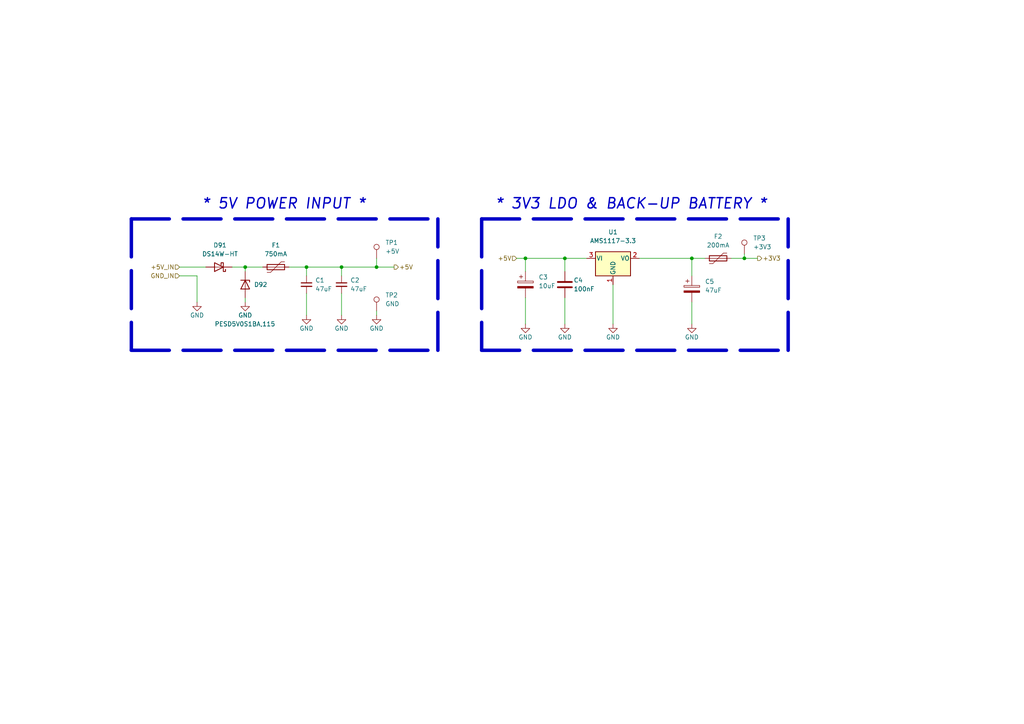
<source format=kicad_sch>
(kicad_sch (version 20211123) (generator eeschema)
  (paper "A4")
  (lib_symbols
    (symbol "Connector:TestPoint" (pin_numbers hide) (pin_names (offset 0.762) hide)
      (property "Reference" "TP" (at 0 6.858 0))
      (property "Value" "TestPoint" (at 0 5.08 0))
      (symbol "TestPoint_0_1"
        (circle (center 0 3.302) (radius 0.762))
      )
      (symbol "TestPoint_1_1"
        (pin passive line (at 0 0 90) (length 2.54) (name "1") (number "1"))
      )
    )
    (symbol "Device:C" (pin_numbers hide) (pin_names (offset 0.254))
      (property "Reference" "C" (at 0.635 2.54 0))
      (property "Value" "C" (at 0.635 -2.54 0))
      (symbol "C_0_1"
        (polyline (pts (xy -2.032 -0.762) (xy 2.032 -0.762)) (stroke (width 0.508)))
        (polyline (pts (xy -2.032 0.762) (xy 2.032 0.762)) (stroke (width 0.508)))
      )
      (symbol "C_1_1"
        (pin passive line (at 0 3.81 270) (length 2.794) (name "~") (number "1"))
        (pin passive line (at 0 -3.81 90) (length 2.794) (name "~") (number "2"))
      )
    )
    (symbol "Device:C_Polarized" (pin_numbers hide) (pin_names (offset 0.254))
      (property "Reference" "C" (at 0.635 2.54 0))
      (property "Value" "C_Polarized" (at 0.635 -2.54 0))
      (symbol "C_Polarized_0_1"
        (rectangle (start -2.286 0.508) (end 2.286 1.016))
        (polyline (pts (xy -1.778 2.286) (xy -0.762 2.286)))
        (polyline (pts (xy -1.27 2.794) (xy -1.27 1.778)))
        (rectangle (start 2.286 -0.508) (end -2.286 -1.016) (fill (type outline)))
      )
      (symbol "C_Polarized_1_1"
        (pin passive line (at 0 3.81 270) (length 2.794) (name "~") (number "1"))
        (pin passive line (at 0 -3.81 90) (length 2.794) (name "~") (number "2"))
      )
    )
    (symbol "Device:C_Small" (pin_numbers hide) (pin_names (offset 0.254) hide)
      (property "Reference" "C" (at 0.254 1.778 0))
      (property "Value" "C_Small" (at 0.254 -2.032 0))
      (symbol "C_Small_0_1"
        (polyline (pts (xy -1.524 -0.508) (xy 1.524 -0.508)) (stroke (width 0.3302)))
        (polyline (pts (xy -1.524 0.508) (xy 1.524 0.508)) (stroke (width 0.3048)))
      )
      (symbol "C_Small_1_1"
        (pin passive line (at 0 2.54 270) (length 2.032) (name "~") (number "1"))
        (pin passive line (at 0 -2.54 90) (length 2.032) (name "~") (number "2"))
      )
    )
    (symbol "Device:D_Schottky" (pin_numbers hide) (pin_names (offset 1.016) hide)
      (property "Reference" "D" (at 0 2.54 0))
      (property "Value" "D_Schottky" (at 0 -2.54 0))
      (symbol "D_Schottky_0_1"
        (polyline (pts (xy 1.27 0) (xy -1.27 0)))
        (polyline (pts (xy 1.27 1.27) (xy 1.27 -1.27) (xy -1.27 0) (xy 1.27 1.27)) (stroke (width 0.254)))
        (polyline (pts (xy -1.905 0.635) (xy -1.905 1.27) (xy -1.27 1.27) (xy -1.27 -1.27) (xy -0.635 -1.27) (xy -0.635 -0.635)) (stroke (width 0.254)))
      )
      (symbol "D_Schottky_1_1"
        (pin passive line (at -3.81 0 0) (length 2.54) (name "K") (number "1"))
        (pin passive line (at 3.81 0 180) (length 2.54) (name "A") (number "2"))
      )
    )
    (symbol "Device:Polyfuse" (pin_numbers hide) (pin_names (offset 0))
      (property "Reference" "F" (at -2.54 0 90))
      (property "Value" "Polyfuse" (at 2.54 0 90))
      (symbol "Polyfuse_0_1"
        (rectangle (start -0.762 2.54) (end 0.762 -2.54) (stroke (width 0.254)))
        (polyline (pts (xy 0 2.54) (xy 0 -2.54)))
        (polyline (pts (xy -1.524 2.54) (xy -1.524 1.524) (xy 1.524 -1.524) (xy 1.524 -2.54)))
      )
      (symbol "Polyfuse_1_1"
        (pin passive line (at 0 3.81 270) (length 1.27) (name "~") (number "1"))
        (pin passive line (at 0 -3.81 90) (length 1.27) (name "~") (number "2"))
      )
    )
    (symbol "Diode:ESD5Zxx" (pin_numbers hide) (pin_names hide)
      (property "Reference" "D" (at 0 2.54 0))
      (property "Value" "ESD5Zxx" (at 0 -2.54 0))
      (symbol "ESD5Zxx_0_1"
        (polyline (pts (xy 1.27 0) (xy -1.27 0)))
        (polyline (pts (xy -1.27 -1.27) (xy -1.27 1.27) (xy -0.762 1.27)) (stroke (width 0.254)))
        (polyline (pts (xy 1.27 -1.27) (xy 1.27 1.27) (xy -1.27 0) (xy 1.27 -1.27)) (stroke (width 0.254)))
      )
      (symbol "ESD5Zxx_1_1"
        (pin passive line (at -3.81 0 0) (length 2.54) (name "K") (number "1"))
        (pin passive line (at 3.81 0 180) (length 2.54) (name "A") (number "2"))
      )
    )
    (symbol "Regulator_Linear:AMS1117-3.3" (pin_names (offset 0.254))
      (property "Reference" "U" (at -3.81 3.175 0))
      (property "Value" "AMS1117-3.3" (at 0 3.175 0))
      (symbol "AMS1117-3.3_0_1"
        (rectangle (start -5.08 -5.08) (end 5.08 1.905) (stroke (width 0.254)) (fill (type background)))
      )
      (symbol "AMS1117-3.3_1_1"
        (pin power_in line (at 0 -7.62 90) (length 2.54) (name "GND") (number "1"))
        (pin power_out line (at 7.62 0 180) (length 2.54) (name "VO") (number "2"))
        (pin power_in line (at -7.62 0 0) (length 2.54) (name "VI") (number "3"))
      )
    )
    (symbol "power:GND" (power) (pin_names (offset 0))
      (property "Value" "GND" (at 0 -3.81 0))
      (symbol "GND_0_1"
        (polyline (pts (xy 0 0) (xy 0 -1.27) (xy 1.27 -1.27) (xy 0 -2.54) (xy -1.27 -1.27) (xy 0 -1.27)))
      )
      (symbol "GND_1_1"
        (pin power_in line (at 0 0 270) (length 0) hide (name "GND") (number "1"))
      )
    )
  )
  (junction (at 88.9 77.47))
  (junction (at 109.22 77.47))
  (junction (at 200.66 74.93))
  (junction (at 163.83 74.93))
  (junction (at 99.06 77.47))
  (junction (at 152.4 74.93))
  (junction (at 215.9 74.93))
  (junction (at 71.12 77.47))
  (wire (pts (xy 215.9 74.93) (xy 219.71 74.93)))
  (wire (pts (xy 200.66 74.93) (xy 204.47 74.93)))
  (wire (pts (xy 152.4 86.36) (xy 152.4 93.98)))
  (wire (pts (xy 109.22 90.17) (xy 109.22 91.44)))
  (wire (pts (xy 52.07 80.01) (xy 57.15 80.01)))
  (polyline (pts (xy 38.1 63.5) (xy 38.1 101.6)) (stroke (width 1)))
  (wire (pts (xy 215.9 73.66) (xy 215.9 74.93)))
  (wire (pts (xy 177.8 82.55) (xy 177.8 93.98)))
  (wire (pts (xy 163.83 74.93) (xy 163.83 78.74)))
  (wire (pts (xy 88.9 77.47) (xy 88.9 80.01)))
  (wire (pts (xy 88.9 77.47) (xy 99.06 77.47)))
  (polyline (pts (xy 228.6 101.6) (xy 228.6 63.5)) (stroke (width 1)))
  (wire (pts (xy 71.12 77.47) (xy 76.2 77.47)))
  (polyline (pts (xy 38.1 63.5) (xy 127 63.5)) (stroke (width 1)))
  (wire (pts (xy 71.12 77.47) (xy 71.12 78.74)))
  (wire (pts (xy 185.42 74.93) (xy 200.66 74.93)))
  (wire (pts (xy 152.4 74.93) (xy 163.83 74.93)))
  (wire (pts (xy 99.06 85.09) (xy 99.06 91.44)))
  (polyline (pts (xy 139.7 101.6) (xy 228.6 101.6)) (stroke (width 1)))
  (wire (pts (xy 99.06 77.47) (xy 109.22 77.47)))
  (wire (pts (xy 109.22 77.47) (xy 114.3 77.47)))
  (wire (pts (xy 52.07 77.47) (xy 59.69 77.47)))
  (wire (pts (xy 109.22 74.93) (xy 109.22 77.47)))
  (wire (pts (xy 163.83 74.93) (xy 170.18 74.93)))
  (wire (pts (xy 152.4 74.93) (xy 152.4 78.74)))
  (polyline (pts (xy 139.7 63.5) (xy 139.7 101.6)) (stroke (width 1)))
  (wire (pts (xy 212.09 74.93) (xy 215.9 74.93)))
  (wire (pts (xy 83.82 77.47) (xy 88.9 77.47)))
  (wire (pts (xy 57.15 80.01) (xy 57.15 87.63)))
  (polyline (pts (xy 127 101.6) (xy 127 63.5)) (stroke (width 1)))
  (wire (pts (xy 67.31 77.47) (xy 71.12 77.47)))
  (wire (pts (xy 88.9 85.09) (xy 88.9 91.44)))
  (wire (pts (xy 71.12 86.36) (xy 71.12 87.63)))
  (wire (pts (xy 200.66 74.93) (xy 200.66 80.01)))
  (wire (pts (xy 149.86 74.93) (xy 152.4 74.93)))
  (wire (pts (xy 99.06 77.47) (xy 99.06 80.01)))
  (wire (pts (xy 163.83 86.36) (xy 163.83 93.98)))
  (polyline (pts (xy 38.1 101.6) (xy 127 101.6)) (stroke (width 1)))
  (wire (pts (xy 200.66 87.63) (xy 200.66 93.98)))
  (polyline (pts (xy 139.7 63.5) (xy 228.6 63.5)) (stroke (width 1)))
  (text "* 5V POWER INPUT *" (at 58.42 60.96 0) (effects (font (size 3 3) (thickness 0.4) bold italic) (justify left bottom)))
  (text "* 3V3 LDO & BACK-UP BATTERY *" (at 143.51 60.96 0) (effects (font (size 3 3) (thickness 0.4) bold italic) (justify left bottom)))
  (hierarchical_label "+5V" (shape input) (at 149.86 74.93 180))
  (hierarchical_label "+5V_IN" (shape input) (at 52.07 77.47 180))
  (hierarchical_label "+3V3" (shape output) (at 219.71 74.93 0))
  (hierarchical_label "+5V" (shape output) (at 114.3 77.47 0))
  (hierarchical_label "GND_IN" (shape input) (at 52.07 80.01 180))
  (symbol (lib_id "Device:Polyfuse") (at 208.28 74.93 270) (unit 1)
    (property "Reference" "F2" (at 208.28 68.58 90))
    (property "Value" "200mA" (at 208.28 71.12 90))
    (property "Footprint" "Fuse:Fuse_0805_2012Metric" (effects hide))
    (property "Datasheet" "https://ozdisan.com/devre-koruyucular/sigorta-bilesenleri/ptc-sigortalar/1206L020YR/416952" (effects hide))
  )
  (symbol (lib_id "Device:C_Small") (at 99.06 82.55 0) (unit 1)
    (property "Reference" "C2" (at 101.6 81.2862 0) (effects (justify left)))
    (property "Value" "47uF" (at 101.6 83.8262 0) (effects (justify left)))
    (property "Footprint" "Capacitor_SMD:C_1206_3216Metric" (effects hide))
    (property "Datasheet" "https://ozdisan.com/pasif-komponentler/kapasitorler/smt-smd-ve-mlcc-kapasitorler/CL31A476MQHNNNE/518067" (effects hide))
  )
  (symbol (lib_id "power:GND") (at 99.06 91.44 0) (unit 1)
    (property "Reference" "#PWR017" (effects hide))
    (property "Value" "GND" (at 99.06 95.25 0))
  )
  (symbol (lib_id "power:GND") (at 57.15 87.63 0) (unit 1)
    (property "Reference" "#PWR014" (effects hide))
    (property "Value" "GND" (at 57.15 91.44 0))
  )
  (symbol (lib_id "Device:D_Schottky") (at 63.5 77.47 180) (unit 1)
    (property "Reference" "D91" (at 63.8175 71.12 0))
    (property "Value" "DS14W-HT" (at 63.8175 73.66 0))
    (property "Footprint" "Diode_SMD:D_SOD-123F" (effects hide))
    (property "Datasheet" "https://ozdisan.com/guc-yari-iletkenleri/diyotlar-modul-diyotlar-ve-dogrultucular/schottky-diyotlar/DS14W-HT/468036" (effects hide))
  )
  (symbol (lib_id "Diode:ESD5Zxx") (at 71.12 82.55 270) (unit 1)
    (property "Reference" "D92" (at 73.66 82.55 90) (effects (justify left)))
    (property "Value" "PESD5V0S1BA,115" (at 62.23 93.98 90) (effects (justify left)))
    (property "Footprint" "Diode_SMD:D_SOD-323_HandSoldering" (effects hide))
    (property "Datasheet" "https://ozdisan.com/guc-yari-iletkenleri/diyotlar-modul-diyotlar-ve-dogrultucular/tvs-diyotlar/PESD5V0S1BA115/488980" (effects hide))
  )
  (symbol (lib_id "Connector:TestPoint") (at 109.22 74.93 0) (unit 1)
    (property "Reference" "TP1" (at 111.76 70.3579 0) (effects (justify left)))
    (property "Value" "+5V" (at 111.76 72.8979 0) (effects (justify left)))
    (property "Footprint" "TestPoint:TestPoint_Pad_1.5x1.5mm" (effects hide))
  )
  (symbol (lib_id "power:GND") (at 152.4 93.98 0) (unit 1)
    (property "Reference" "#PWR019" (effects hide))
    (property "Value" "GND" (at 152.4 97.79 0))
  )
  (symbol (lib_id "power:GND") (at 109.22 91.44 0) (unit 1)
    (property "Reference" "#PWR018" (effects hide))
    (property "Value" "GND" (at 109.22 95.25 0))
  )
  (symbol (lib_id "Device:Polyfuse") (at 80.01 77.47 270) (unit 1)
    (property "Reference" "F1" (at 80.01 71.12 90))
    (property "Value" "750mA" (at 80.01 73.66 90))
    (property "Footprint" "Fuse:Fuse_1812_4532Metric" (effects hide))
    (property "Datasheet" "https://ozdisan.com/devre-koruyucular/sigorta-bilesenleri/ptc-sigortalar/FSMD075-R/631870" (effects hide))
  )
  (symbol (lib_id "Connector:TestPoint") (at 109.22 90.17 0) (unit 1)
    (property "Reference" "TP2" (at 111.76 85.5979 0) (effects (justify left)))
    (property "Value" "GND" (at 111.76 88.1379 0) (effects (justify left)))
    (property "Footprint" "TestPoint:TestPoint_Pad_1.5x1.5mm" (effects hide))
  )
  (symbol (lib_id "Device:C_Polarized") (at 200.66 83.82 0) (unit 1)
    (property "Reference" "C5" (at 204.47 81.6609 0) (effects (justify left)))
    (property "Value" "47uF" (at 204.47 84.2009 0) (effects (justify left)))
    (property "Footprint" "Capacitor_Tantalum_SMD:CP_EIA-3216-18_Kemet-A" (effects hide))
    (property "Datasheet" "https://ozdisan.com/pasif-komponentler/kapasitorler/tantal-kapasitorler/TAJA476K006RNJ/433440" (effects hide))
  )
  (symbol (lib_id "Regulator_Linear:AMS1117-3.3") (at 177.8 74.93 0) (unit 1)
    (property "Reference" "U1" (at 177.8 67.31 0))
    (property "Value" "AMS1117-3.3" (at 177.8 69.85 0))
    (property "Footprint" "Package_TO_SOT_SMD:SOT-223-3_TabPin2" (effects hide))
    (property "Datasheet" "http://www.advanced-monolithic.com/pdf/ds1117.pdf" (effects hide))
  )
  (symbol (lib_id "power:GND") (at 163.83 93.98 0) (unit 1)
    (property "Reference" "#PWR020" (effects hide))
    (property "Value" "GND" (at 163.83 97.79 0))
  )
  (symbol (lib_id "power:GND") (at 71.12 87.63 0) (unit 1)
    (property "Reference" "#PWR015" (effects hide))
    (property "Value" "GND" (at 71.12 91.44 0))
  )
  (symbol (lib_id "power:GND") (at 177.8 93.98 0) (unit 1)
    (property "Reference" "#PWR021" (effects hide))
    (property "Value" "GND" (at 177.8 97.79 0))
  )
  (symbol (lib_id "Device:C_Small") (at 88.9 82.55 0) (unit 1)
    (property "Reference" "C1" (at 91.44 81.2862 0) (effects (justify left)))
    (property "Value" "47uF" (at 91.44 83.8262 0) (effects (justify left)))
    (property "Footprint" "Capacitor_SMD:C_1206_3216Metric" (effects hide))
    (property "Datasheet" "https://ozdisan.com/pasif-komponentler/kapasitorler/smt-smd-ve-mlcc-kapasitorler/CL31A476MQHNNNE/518067" (effects hide))
  )
  (symbol (lib_id "power:GND") (at 88.9 91.44 0) (unit 1)
    (property "Reference" "#PWR016" (effects hide))
    (property "Value" "GND" (at 88.9 95.25 0))
  )
  (symbol (lib_id "Device:C") (at 163.83 82.55 0) (unit 1)
    (property "Reference" "C4" (at 166.37 81.28 0) (effects (justify left)))
    (property "Value" "100nF" (at 166.37 83.82 0) (effects (justify left)))
    (property "Footprint" "Capacitor_SMD:C_0603_1608Metric" (effects hide))
    (property "Datasheet" "https://ozdisan.com/pasif-komponentler/kapasitorler/smt-smd-ve-mlcc-kapasitorler/CL10B104KO8NNNC/342155" (effects hide))
  )
  (symbol (lib_id "power:GND") (at 200.66 93.98 0) (unit 1)
    (property "Reference" "#PWR022" (effects hide))
    (property "Value" "GND" (at 200.66 97.79 0))
  )
  (symbol (lib_id "Device:C_Polarized") (at 152.4 82.55 0) (unit 1)
    (property "Reference" "C3" (at 156.21 80.3909 0) (effects (justify left)))
    (property "Value" "10uF" (at 156.21 82.9309 0) (effects (justify left)))
    (property "Footprint" "Capacitor_Tantalum_SMD:CP_EIA-3216-18_Kemet-A" (effects hide))
    (property "Datasheet" "https://ozdisan.com/pasif-komponentler/kapasitorler/tantal-kapasitorler/TAJA106K010RNJ/465460" (effects hide))
  )
  (symbol (lib_id "Connector:TestPoint") (at 215.9 73.66 0) (unit 1)
    (property "Reference" "TP3" (at 218.44 69.0879 0) (effects (justify left)))
    (property "Value" "+3V3" (at 218.44 71.6279 0) (effects (justify left)))
    (property "Footprint" "TestPoint:TestPoint_Pad_1.5x1.5mm" (effects hide))
  )
)
</source>
